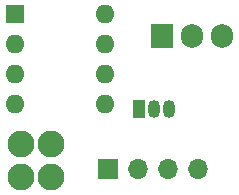
<source format=gbr>
%TF.GenerationSoftware,KiCad,Pcbnew,7.0.6-0*%
%TF.CreationDate,2023-09-04T19:04:00-04:00*%
%TF.ProjectId,Hapto_MK_2,48617074-6f5f-44d4-9b5f-322e6b696361,rev?*%
%TF.SameCoordinates,Original*%
%TF.FileFunction,Soldermask,Bot*%
%TF.FilePolarity,Negative*%
%FSLAX46Y46*%
G04 Gerber Fmt 4.6, Leading zero omitted, Abs format (unit mm)*
G04 Created by KiCad (PCBNEW 7.0.6-0) date 2023-09-04 19:04:00*
%MOMM*%
%LPD*%
G01*
G04 APERTURE LIST*
G04 Aperture macros list*
%AMFreePoly0*
4,1,35,0.312797,1.099367,0.509479,1.023172,0.688811,0.912134,0.844687,0.770034,0.971798,0.601712,1.065816,0.412899,1.123538,0.210026,1.143000,0.000000,1.123538,-0.210026,1.065816,-0.412899,0.971798,-0.601712,0.844687,-0.770034,0.688811,-0.912134,0.509479,-1.023172,0.312797,-1.099367,0.105463,-1.138124,-0.105463,-1.138124,-0.312797,-1.099367,-0.509479,-1.023172,-0.688811,-0.912134,
-0.844687,-0.770034,-0.971798,-0.601712,-1.065816,-0.412899,-1.123538,-0.210026,-1.143000,0.000000,-1.123538,0.210026,-1.065816,0.412899,-0.971798,0.601712,-0.844687,0.770034,-0.688811,0.912134,-0.509479,1.023172,-0.312797,1.099367,-0.105463,1.138124,0.105463,1.138124,0.312797,1.099367,0.312797,1.099367,$1*%
G04 Aperture macros list end*
%ADD10R,1.905000X2.000000*%
%ADD11O,1.905000X2.000000*%
%ADD12R,1.600000X1.600000*%
%ADD13O,1.600000X1.600000*%
%ADD14FreePoly0,0.000000*%
%ADD15R,1.050000X1.500000*%
%ADD16O,1.050000X1.500000*%
%ADD17R,1.700000X1.700000*%
%ADD18O,1.700000X1.700000*%
G04 APERTURE END LIST*
D10*
%TO.C,U3*%
X156970000Y-103050000D03*
D11*
X159510000Y-103050000D03*
X162050000Y-103050000D03*
%TD*%
D12*
%TO.C,U2*%
X144510000Y-101200000D03*
D13*
X144510000Y-103740000D03*
X144510000Y-106280000D03*
X144510000Y-108820000D03*
X152130000Y-108820000D03*
X152130000Y-106280000D03*
X152130000Y-103740000D03*
X152130000Y-101200000D03*
%TD*%
D14*
%TO.C,C1*%
X145000000Y-112230000D03*
X147540000Y-112230000D03*
%TD*%
D15*
%TO.C,Q1*%
X155000000Y-109220000D03*
D16*
X156270000Y-109220000D03*
X157540000Y-109220000D03*
%TD*%
D17*
%TO.C,U5*%
X152400000Y-114300000D03*
D18*
X154940000Y-114300000D03*
X157480000Y-114300000D03*
X160020000Y-114300000D03*
%TD*%
D14*
%TO.C,C2*%
X145000000Y-114980000D03*
X147540000Y-114980000D03*
%TD*%
M02*

</source>
